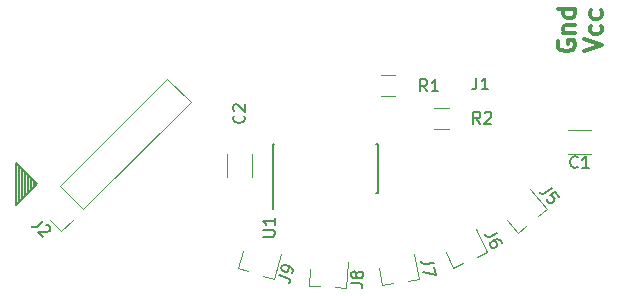
<source format=gbr>
G04 #@! TF.FileFunction,Legend,Top*
%FSLAX46Y46*%
G04 Gerber Fmt 4.6, Leading zero omitted, Abs format (unit mm)*
G04 Created by KiCad (PCBNEW 4.0.6) date 03/22/18 19:19:45*
%MOMM*%
%LPD*%
G01*
G04 APERTURE LIST*
%ADD10C,0.100000*%
%ADD11C,0.300000*%
%ADD12C,0.200000*%
%ADD13C,0.120000*%
%ADD14C,0.150000*%
G04 APERTURE END LIST*
D10*
D11*
X18000000Y-3964286D02*
X17928571Y-4107143D01*
X17928571Y-4321429D01*
X18000000Y-4535714D01*
X18142857Y-4678572D01*
X18285714Y-4750000D01*
X18571429Y-4821429D01*
X18785714Y-4821429D01*
X19071429Y-4750000D01*
X19214286Y-4678572D01*
X19357143Y-4535714D01*
X19428571Y-4321429D01*
X19428571Y-4178572D01*
X19357143Y-3964286D01*
X19285714Y-3892857D01*
X18785714Y-3892857D01*
X18785714Y-4178572D01*
X18428571Y-3250000D02*
X19428571Y-3250000D01*
X18571429Y-3250000D02*
X18500000Y-3178572D01*
X18428571Y-3035714D01*
X18428571Y-2821429D01*
X18500000Y-2678572D01*
X18642857Y-2607143D01*
X19428571Y-2607143D01*
X19428571Y-1250000D02*
X17928571Y-1250000D01*
X19357143Y-1250000D02*
X19428571Y-1392857D01*
X19428571Y-1678571D01*
X19357143Y-1821429D01*
X19285714Y-1892857D01*
X19142857Y-1964286D01*
X18714286Y-1964286D01*
X18571429Y-1892857D01*
X18500000Y-1821429D01*
X18428571Y-1678571D01*
X18428571Y-1392857D01*
X18500000Y-1250000D01*
X20178571Y-4785714D02*
X21678571Y-4285714D01*
X20178571Y-3785714D01*
X21607143Y-2642857D02*
X21678571Y-2785714D01*
X21678571Y-3071428D01*
X21607143Y-3214286D01*
X21535714Y-3285714D01*
X21392857Y-3357143D01*
X20964286Y-3357143D01*
X20821429Y-3285714D01*
X20750000Y-3214286D01*
X20678571Y-3071428D01*
X20678571Y-2785714D01*
X20750000Y-2642857D01*
X21607143Y-1357143D02*
X21678571Y-1500000D01*
X21678571Y-1785714D01*
X21607143Y-1928572D01*
X21535714Y-2000000D01*
X21392857Y-2071429D01*
X20964286Y-2071429D01*
X20821429Y-2000000D01*
X20750000Y-1928572D01*
X20678571Y-1785714D01*
X20678571Y-1500000D01*
X20750000Y-1357143D01*
D12*
X-27678452Y-14569384D02*
X-27678452Y-17569384D01*
X-27428452Y-14819384D02*
X-27428452Y-17319384D01*
X-27178452Y-15069384D02*
X-27178452Y-17069384D01*
X-26928452Y-15319384D02*
X-26928452Y-16819384D01*
X-26678452Y-15569384D02*
X-26678452Y-16569384D01*
X-26428452Y-15819384D02*
X-26428452Y-16319384D01*
X-27928452Y-17819384D02*
X-26178452Y-16069384D01*
X-27928452Y-14319384D02*
X-27928452Y-17819384D01*
X-26178452Y-16069384D02*
X-27928452Y-14319384D01*
D13*
X18800000Y-13520000D02*
X20800000Y-13520000D01*
X20800000Y-11480000D02*
X18800000Y-11480000D01*
X-10020000Y-13500000D02*
X-10020000Y-15500000D01*
X-7980000Y-15500000D02*
X-7980000Y-13500000D01*
X4200000Y-8630000D02*
X3000000Y-8630000D01*
X3000000Y-6870000D02*
X4200000Y-6870000D01*
X8700000Y-11380000D02*
X7500000Y-11380000D01*
X7500000Y-9620000D02*
X8700000Y-9620000D01*
D14*
X-6200000Y-16825000D02*
X-6175000Y-16825000D01*
X-6200000Y-12675000D02*
X-6085000Y-12675000D01*
X2700000Y-12675000D02*
X2585000Y-12675000D01*
X2700000Y-16825000D02*
X2585000Y-16825000D01*
X-6200000Y-16825000D02*
X-6200000Y-12675000D01*
X2700000Y-16825000D02*
X2700000Y-12675000D01*
X-6175000Y-16825000D02*
X-6175000Y-18200000D01*
D13*
X14578168Y-20197798D02*
X15290590Y-19600006D01*
X16998869Y-18166589D02*
X16286447Y-18764382D01*
X16998869Y-18166589D02*
X15610448Y-16511933D01*
X14578168Y-20197798D02*
X13639698Y-19079373D01*
X9089224Y-23156531D02*
X9932090Y-22763496D01*
X11953156Y-21821057D02*
X11110290Y-22214092D01*
X11953156Y-21821057D02*
X11040301Y-19863432D01*
X9089224Y-23156531D02*
X8472201Y-21833321D01*
X3075976Y-24622818D02*
X3991848Y-24461325D01*
X6187969Y-24074090D02*
X5272098Y-24235583D01*
X6187969Y-24074090D02*
X5812889Y-21946905D01*
X3075976Y-24622818D02*
X2822450Y-23184999D01*
X-3117610Y-24676268D02*
X-2188885Y-24724940D01*
X38059Y-24841649D02*
X-890666Y-24792977D01*
X38059Y-24841649D02*
X151105Y-22684609D01*
X-3117610Y-24676268D02*
X-3041199Y-23218269D01*
X-9133164Y-23164844D02*
X-8243801Y-23436750D01*
X-6111241Y-24088739D02*
X-7000604Y-23816833D01*
X-6111241Y-24088739D02*
X-5479718Y-22023121D01*
X-9133164Y-23164844D02*
X-8706301Y-21768639D01*
X-22211198Y-18176955D02*
X-13146089Y-9111846D01*
X-13146089Y-9111846D02*
X-15111846Y-7146089D01*
X-15111846Y-7146089D02*
X-24176955Y-16211198D01*
X-24176955Y-16211198D02*
X-22211198Y-18176955D01*
X-23109224Y-19074980D02*
X-24092102Y-20057859D01*
X-24092102Y-20057859D02*
X-25074980Y-19074980D01*
D14*
X19633334Y-14607143D02*
X19585715Y-14654762D01*
X19442858Y-14702381D01*
X19347620Y-14702381D01*
X19204762Y-14654762D01*
X19109524Y-14559524D01*
X19061905Y-14464286D01*
X19014286Y-14273810D01*
X19014286Y-14130952D01*
X19061905Y-13940476D01*
X19109524Y-13845238D01*
X19204762Y-13750000D01*
X19347620Y-13702381D01*
X19442858Y-13702381D01*
X19585715Y-13750000D01*
X19633334Y-13797619D01*
X20585715Y-14702381D02*
X20014286Y-14702381D01*
X20300000Y-14702381D02*
X20300000Y-13702381D01*
X20204762Y-13845238D01*
X20109524Y-13940476D01*
X20014286Y-13988095D01*
X-8642857Y-10266666D02*
X-8595238Y-10314285D01*
X-8547619Y-10457142D01*
X-8547619Y-10552380D01*
X-8595238Y-10695238D01*
X-8690476Y-10790476D01*
X-8785714Y-10838095D01*
X-8976190Y-10885714D01*
X-9119048Y-10885714D01*
X-9309524Y-10838095D01*
X-9404762Y-10790476D01*
X-9500000Y-10695238D01*
X-9547619Y-10552380D01*
X-9547619Y-10457142D01*
X-9500000Y-10314285D01*
X-9452381Y-10266666D01*
X-9452381Y-9885714D02*
X-9500000Y-9838095D01*
X-9547619Y-9742857D01*
X-9547619Y-9504761D01*
X-9500000Y-9409523D01*
X-9452381Y-9361904D01*
X-9357143Y-9314285D01*
X-9261905Y-9314285D01*
X-9119048Y-9361904D01*
X-8547619Y-9933333D01*
X-8547619Y-9314285D01*
X11066667Y-7052381D02*
X11066667Y-7766667D01*
X11019047Y-7909524D01*
X10923809Y-8004762D01*
X10780952Y-8052381D01*
X10685714Y-8052381D01*
X12066667Y-8052381D02*
X11495238Y-8052381D01*
X11780952Y-8052381D02*
X11780952Y-7052381D01*
X11685714Y-7195238D01*
X11590476Y-7290476D01*
X11495238Y-7338095D01*
X6883334Y-8202381D02*
X6550000Y-7726190D01*
X6311905Y-8202381D02*
X6311905Y-7202381D01*
X6692858Y-7202381D01*
X6788096Y-7250000D01*
X6835715Y-7297619D01*
X6883334Y-7392857D01*
X6883334Y-7535714D01*
X6835715Y-7630952D01*
X6788096Y-7678571D01*
X6692858Y-7726190D01*
X6311905Y-7726190D01*
X7835715Y-8202381D02*
X7264286Y-8202381D01*
X7550000Y-8202381D02*
X7550000Y-7202381D01*
X7454762Y-7345238D01*
X7359524Y-7440476D01*
X7264286Y-7488095D01*
X11383334Y-10952381D02*
X11050000Y-10476190D01*
X10811905Y-10952381D02*
X10811905Y-9952381D01*
X11192858Y-9952381D01*
X11288096Y-10000000D01*
X11335715Y-10047619D01*
X11383334Y-10142857D01*
X11383334Y-10285714D01*
X11335715Y-10380952D01*
X11288096Y-10428571D01*
X11192858Y-10476190D01*
X10811905Y-10476190D01*
X11764286Y-10047619D02*
X11811905Y-10000000D01*
X11907143Y-9952381D01*
X12145239Y-9952381D01*
X12240477Y-10000000D01*
X12288096Y-10047619D01*
X12335715Y-10142857D01*
X12335715Y-10238095D01*
X12288096Y-10380952D01*
X11716667Y-10952381D01*
X12335715Y-10952381D01*
X-6997619Y-20511905D02*
X-6188095Y-20511905D01*
X-6092857Y-20464286D01*
X-6045238Y-20416667D01*
X-5997619Y-20321429D01*
X-5997619Y-20130952D01*
X-6045238Y-20035714D01*
X-6092857Y-19988095D01*
X-6188095Y-19940476D01*
X-6997619Y-19940476D01*
X-5997619Y-18940476D02*
X-5997619Y-19511905D01*
X-5997619Y-19226191D02*
X-6997619Y-19226191D01*
X-6854762Y-19321429D01*
X-6759524Y-19416667D01*
X-6711905Y-19511905D01*
X17420349Y-16385680D02*
X16873174Y-16844815D01*
X16733130Y-16900162D01*
X16598956Y-16888424D01*
X16470651Y-16809598D01*
X16409433Y-16736641D01*
X18032528Y-17115247D02*
X17726438Y-16750463D01*
X17331047Y-17020074D01*
X17398134Y-17025943D01*
X17495830Y-17068291D01*
X17648875Y-17250683D01*
X17673615Y-17354248D01*
X17667745Y-17421336D01*
X17625397Y-17519032D01*
X17443005Y-17672077D01*
X17339440Y-17696816D01*
X17272353Y-17690947D01*
X17174657Y-17648599D01*
X17021612Y-17466207D01*
X16996872Y-17362642D01*
X17002741Y-17295555D01*
X12821208Y-20209918D02*
X12173845Y-20511788D01*
X12024247Y-20529004D01*
X11897683Y-20482938D01*
X11794152Y-20373590D01*
X11753902Y-20287276D01*
X13203577Y-21029911D02*
X13123078Y-20857280D01*
X13039671Y-20791090D01*
X12976389Y-20768057D01*
X12806667Y-20742116D01*
X12613912Y-20779457D01*
X12268652Y-20940455D01*
X12202461Y-21023862D01*
X12179429Y-21087144D01*
X12176521Y-21193583D01*
X12257020Y-21366214D01*
X12340426Y-21432404D01*
X12403709Y-21455437D01*
X12510148Y-21458345D01*
X12725935Y-21357722D01*
X12792127Y-21274315D01*
X12815159Y-21211033D01*
X12818068Y-21104593D01*
X12737569Y-20931962D01*
X12654162Y-20865772D01*
X12590880Y-20842739D01*
X12484439Y-20839831D01*
X7443436Y-22742518D02*
X6740001Y-22866552D01*
X6591046Y-22844463D01*
X6480717Y-22767210D01*
X6409014Y-22634792D01*
X6392476Y-22541001D01*
X7509587Y-23117683D02*
X7625353Y-23774221D01*
X6566124Y-23525808D01*
X432260Y-24435056D02*
X1145567Y-24472439D01*
X1285736Y-24527470D01*
X1375859Y-24627562D01*
X1415937Y-24772715D01*
X1410952Y-24867823D01*
X892642Y-23839287D02*
X840104Y-23931902D01*
X790058Y-23976964D01*
X692459Y-24019533D01*
X644905Y-24017041D01*
X552290Y-23964503D01*
X507228Y-23914457D01*
X464659Y-23816857D01*
X474627Y-23626641D01*
X527166Y-23534026D01*
X577211Y-23488965D01*
X674811Y-23446395D01*
X722365Y-23448887D01*
X814980Y-23501426D01*
X860042Y-23551471D01*
X902611Y-23649071D01*
X892642Y-23839287D01*
X935212Y-23936887D01*
X980273Y-23986933D01*
X1072889Y-24039471D01*
X1263104Y-24049440D01*
X1360704Y-24006870D01*
X1410750Y-23961809D01*
X1463288Y-23869193D01*
X1473257Y-23678977D01*
X1430688Y-23581378D01*
X1385626Y-23531332D01*
X1293011Y-23478794D01*
X1102796Y-23468825D01*
X1005195Y-23511394D01*
X955149Y-23556456D01*
X902611Y-23649071D01*
X-5630386Y-23789589D02*
X-4947311Y-23998426D01*
X-4824619Y-24085732D01*
X-4761387Y-24204654D01*
X-4757616Y-24355191D01*
X-4785461Y-24446268D01*
X-4520934Y-23581039D02*
X-4465244Y-23398886D01*
X-4482937Y-23293886D01*
X-4514553Y-23234426D01*
X-4623323Y-23101582D01*
X-4791554Y-23000354D01*
X-5155861Y-22888974D01*
X-5260860Y-22906667D01*
X-5320321Y-22938283D01*
X-5393704Y-23015437D01*
X-5449394Y-23197591D01*
X-5431701Y-23302590D01*
X-5400085Y-23362051D01*
X-5322931Y-23435434D01*
X-5095239Y-23505046D01*
X-4990240Y-23487353D01*
X-4930779Y-23455737D01*
X-4857395Y-23378583D01*
X-4801705Y-23196429D01*
X-4819399Y-23091430D01*
X-4851015Y-23031969D01*
X-4928170Y-22958586D01*
X-25630564Y-19159160D02*
X-26135640Y-19664236D01*
X-26270328Y-19731579D01*
X-26405015Y-19731579D01*
X-26539702Y-19664236D01*
X-26607045Y-19596892D01*
X-25394862Y-19529549D02*
X-25327518Y-19529549D01*
X-25226503Y-19563220D01*
X-25058144Y-19731580D01*
X-25024472Y-19832595D01*
X-25024472Y-19899938D01*
X-25058144Y-20000954D01*
X-25125487Y-20068297D01*
X-25260174Y-20135640D01*
X-26068297Y-20135640D01*
X-25630564Y-20573373D01*
M02*

</source>
